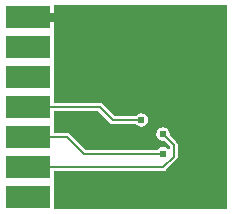
<source format=gbl>
G04 Layer_Physical_Order=2*
G04 Layer_Color=11436288*
%FSLAX25Y25*%
%MOIN*%
G70*
G01*
G75*
%ADD10R,0.15000X0.07600*%
%ADD15C,0.00600*%
%ADD19C,0.02400*%
G36*
X178929Y251071D02*
X121000D01*
Y259800D01*
X121000D01*
Y260200D01*
X121000D01*
Y263674D01*
X157500D01*
X158007Y263775D01*
X158437Y264063D01*
X161937Y267563D01*
X162225Y267993D01*
X162326Y268500D01*
Y272500D01*
X162225Y273007D01*
X161937Y273437D01*
X159682Y275693D01*
X159743Y276000D01*
X159572Y276858D01*
X159086Y277586D01*
X158358Y278072D01*
X157500Y278243D01*
X156642Y278072D01*
X155914Y277586D01*
X155428Y276858D01*
X155257Y276000D01*
X155428Y275142D01*
X155914Y274414D01*
X156642Y273928D01*
X157500Y273757D01*
X157807Y273818D01*
X159675Y271951D01*
Y271106D01*
X159175Y270954D01*
X159086Y271086D01*
X158358Y271572D01*
X157500Y271743D01*
X156642Y271572D01*
X155914Y271086D01*
X155740Y270826D01*
X131549D01*
X126437Y275937D01*
X126007Y276225D01*
X125500Y276325D01*
X121000D01*
Y279800D01*
X121000D01*
Y280200D01*
X121000D01*
Y283675D01*
X135951D01*
X139830Y279796D01*
X140260Y279508D01*
X140767Y279408D01*
X148507D01*
X148681Y279147D01*
X149408Y278661D01*
X150267Y278490D01*
X151125Y278661D01*
X151853Y279147D01*
X152339Y279875D01*
X152510Y280733D01*
X152339Y281592D01*
X151853Y282319D01*
X151125Y282805D01*
X150267Y282976D01*
X149408Y282805D01*
X148681Y282319D01*
X148507Y282059D01*
X141316D01*
X137437Y285937D01*
X137007Y286225D01*
X136500Y286326D01*
X121000D01*
Y289800D01*
X121000D01*
Y290200D01*
X121000D01*
Y299800D01*
X121000D01*
Y300200D01*
X121000D01*
Y309800D01*
X121000D01*
Y310200D01*
X121000D01*
Y313500D01*
X112500D01*
Y316500D01*
X121000D01*
Y318929D01*
X176500D01*
X176500Y318929D01*
X176500Y318929D01*
X178929D01*
Y251071D01*
D02*
G37*
%LPC*%
G36*
X172500Y305500D02*
X172356D01*
X172414Y305414D01*
X172500Y305356D01*
Y305500D01*
D02*
G37*
G36*
X149644D02*
X149500D01*
Y305356D01*
X149586Y305414D01*
X149644Y305500D01*
D02*
G37*
G36*
X175644D02*
X175500D01*
Y305356D01*
X175586Y305414D01*
X175644Y305500D01*
D02*
G37*
G36*
X162644Y306000D02*
X162500D01*
Y305856D01*
X162586Y305914D01*
X162644Y306000D01*
D02*
G37*
G36*
X159500D02*
X159356D01*
X159414Y305914D01*
X159500Y305856D01*
Y306000D01*
D02*
G37*
G36*
X167644Y288500D02*
X167500D01*
Y288356D01*
X167586Y288414D01*
X167644Y288500D01*
D02*
G37*
G36*
X164500D02*
X164356D01*
X164414Y288414D01*
X164500Y288356D01*
Y288500D01*
D02*
G37*
G36*
Y291644D02*
X164414Y291586D01*
X164356Y291500D01*
X164500D01*
Y291644D01*
D02*
G37*
G36*
X146500Y305500D02*
X146356D01*
X146414Y305414D01*
X146500Y305356D01*
Y305500D01*
D02*
G37*
G36*
X167500Y291644D02*
Y291500D01*
X167644D01*
X167586Y291586D01*
X167500Y291644D01*
D02*
G37*
G36*
X172500Y311000D02*
X172356D01*
X172414Y310914D01*
X172500Y310856D01*
Y311000D01*
D02*
G37*
G36*
X162500Y309144D02*
Y309000D01*
X162644D01*
X162586Y309086D01*
X162500Y309144D01*
D02*
G37*
G36*
X175644Y311000D02*
X175500D01*
Y310856D01*
X175586Y310914D01*
X175644Y311000D01*
D02*
G37*
G36*
X175500Y314144D02*
Y314000D01*
X175644D01*
X175586Y314086D01*
X175500Y314144D01*
D02*
G37*
G36*
X172500D02*
X172414Y314086D01*
X172356Y314000D01*
X172500D01*
Y314144D01*
D02*
G37*
G36*
X149500Y308644D02*
Y308500D01*
X149644D01*
X149586Y308586D01*
X149500Y308644D01*
D02*
G37*
G36*
X146500D02*
X146414Y308586D01*
X146356Y308500D01*
X146500D01*
Y308644D01*
D02*
G37*
G36*
X172500D02*
X172414Y308586D01*
X172356Y308500D01*
X172500D01*
Y308644D01*
D02*
G37*
G36*
X159500Y309144D02*
X159414Y309086D01*
X159356Y309000D01*
X159500D01*
Y309144D01*
D02*
G37*
G36*
X175500Y308644D02*
Y308500D01*
X175644D01*
X175586Y308586D01*
X175500Y308644D01*
D02*
G37*
%LPD*%
D10*
X112500Y315000D02*
D03*
Y305000D02*
D03*
Y295000D02*
D03*
Y285000D02*
D03*
Y275000D02*
D03*
Y265000D02*
D03*
Y255000D02*
D03*
D15*
X140767Y280733D02*
X150267D01*
X136500Y285000D02*
X140767Y280733D01*
X112500Y285000D02*
X136500D01*
X131000Y269500D02*
X157500D01*
X125500Y275000D02*
X131000Y269500D01*
X112500Y275000D02*
X125500D01*
X157500Y276000D02*
X161000Y272500D01*
Y268500D02*
Y272500D01*
X157500Y265000D02*
X161000Y268500D01*
X112500Y265000D02*
X157500D01*
D19*
Y269500D02*
D03*
Y276000D02*
D03*
X161000Y307500D02*
D03*
X174000Y312500D02*
D03*
Y307000D02*
D03*
X148000D02*
D03*
X166000Y290000D02*
D03*
X150267Y280733D02*
D03*
M02*

</source>
